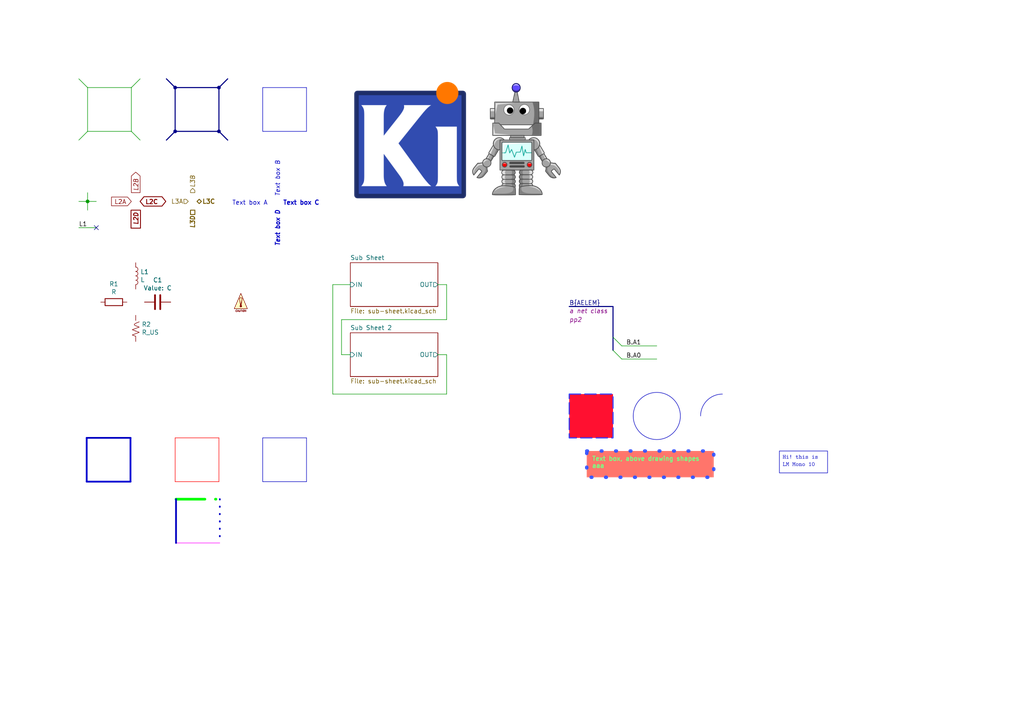
<source format=kicad_sch>
(kicad_sch (version 20241209) (generator "eeschema") (generator_version "9.0")
  (paper "A4")
  (title_block (title "Title") (date "2020-08-12") (rev "r1B") (company "Company") (comment 1 "Comment 1") (comment 2 "Comment 2") (comment 3 "Comment 3") (comment 4 "@Comment4@"))
  (lib_symbols
    (symbol "Device:C" (pin_numbers hide) (pin_names (offset 0.254))
      (property "Reference" "C" (at 0.635 2.54 0))
      (property "Value" "C" (at 0.635 -2.54 0))
      (symbol "C_0_1"
        (polyline (pts (xy -2.032 0.762) (xy 2.032 0.762)) (stroke (width 0.508)))
        (polyline (pts (xy -2.032 -0.762) (xy 2.032 -0.762)) (stroke (width 0.508)))
      )
      (symbol "C_1_1"
        (pin passive line (at 0 3.81 270) (length 2.794) (name "~") (number "1"))
        (pin passive line (at 0 -3.81 90) (length 2.794) (name "~") (number "2"))
      )
    )
    (symbol "Device:L" (pin_numbers hide) (pin_names (offset 1.016) hide)
      (property "Reference" "L" (at -1.27 0 90))
      (property "Value" "L" (at 1.905 0 90))
      (symbol "L_0_1"
        (arc (start 0 2.54) (mid 0.6323 1.905) (end 0 1.27))
        (arc (start 0 1.27) (mid 0.6323 0.635) (end 0 0))
        (arc (start 0 0) (mid 0.6323 -0.635) (end 0 -1.27))
        (arc (start 0 -1.27) (mid 0.6323 -1.905) (end 0 -2.54))
      )
      (symbol "L_1_1"
        (pin passive line (at 0 3.81 270) (length 1.27) (name "1") (number "1"))
        (pin passive line (at 0 -3.81 90) (length 1.27) (name "2") (number "2"))
      )
    )
    (symbol "Device:R_US" (pin_numbers hide) (pin_names (offset 0))
      (property "Reference" "R" (at 2.54 0 90))
      (property "Value" "R_US" (at -2.54 0 90))
      (symbol "R_US_0_0"
        (polyline (pts (xy 0 2.286) (xy 1.016 1.905) (xy 0 1.524) (xy -1.016 1.143) (xy 0 0.762)))
        (polyline (pts (xy 0 2.286) (xy 0 2.54)))
        (polyline (pts (xy 0 0.762) (xy 1.016 0.381) (xy 0 0) (xy -1.016 -0.381) (xy 0 -0.762)))
        (bezier (pts (xy 0 -0.762) (xy 1.016 -1.143) (xy 0 -1.524) (xy -1.016 -1.905)))
        (polyline (pts (xy 0 -2.286) (xy 0 -2.54)))
      )
      (symbol "R_US_1_1"
        (pin passive line (at 0 3.81 270) (length 1.27) (name "~") (number "1"))
        (pin passive line (at 0 -3.81 90) (length 1.27) (name "~") (number "2"))
      )
      (symbol "R_US_1_2"
        (pin passive line (at 0 3.81 270) (length 1.27) (name "~") (number "1"))
        (pin passive line (at 0 -3.81 90) (length 1.27) (name "~") (number "2"))
      )
    )
    (symbol "l1:Resistor" (pin_numbers hide) (pin_names (offset 0))
      (property "Reference" "R" (at 2.032 0 90))
      (property "Value" "Resistor" (at 0 0 90))
      (symbol "Resistor_0_1"
        (rectangle (start -1.016 -2.54) (end 1.016 2.54) (stroke (width 0.254)))
      )
      (symbol "Resistor_1_1"
        (pin passive line (at 0 3.81 270) (length 1.27) (name "~") (number "1"))
        (pin passive line (at 0 -3.81 90) (length 1.27) (name "~") (number "2"))
      )
    )
    (symbol "l1:SYM_CAUTION" (pin_names (offset 1.016))
      (symbol "SYM_CAUTION_0_0"
        (polyline (pts (xy -1.27 -1.905) (xy 1.905 -1.905) (xy 0 2.54) (xy -1.905 -1.905) (xy -1.27 -1.905)) (fill (type background)))
        (polyline (pts (xy -0.127 -0.762) (xy -0.381 1.016)) (fill (type outline)))
        (polyline (pts (xy -0.127 -0.762) (xy 0.127 -0.762) (xy 0.381 1.016)) (fill (type outline)))
        (arc (start -0.381 1.016) (mid 0 1.2906) (end 0.381 1.016))
        (circle (center 0 -1.1684) (radius 0.254) (fill (type outline)))
        (text "CAUTION" (at 0 -2.54 0) (effects (font (size 0.508 0.508) (italic yes))))
      )
    )
  )
  (bus_alias "AELEM" (members "A1" "A0"))
  (junction (at 63.5 25.4))
  (junction (at 63.5 38.1))
  (junction (at 25.4 58.42))
  (junction (at 50.8 38.1))
  (junction (at 50.8 25.4))
  (no_connect (at 27.94 66.04))
  (bus_entry (at 177.8 101.6) (size 2.54 2.54))
  (bus_entry (at 177.8 97.79) (size 2.54 2.54))
  (bus_entry (at 25.4 25.4) (size -2.54 -2.54))
  (bus_entry (at 38.1 38.1) (size 2.54 2.54))
  (bus_entry (at 25.4 38.1) (size -2.54 2.54))
  (bus_entry (at 38.1 25.4) (size 2.54 -2.54))
  (wire (pts (xy 99.06 92.71) (xy 99.06 102.87)))
  (polyline (pts (xy 25.146 127) (xy 37.846 127)) (stroke (width 0.508)))
  (polyline (pts (xy 88.9 25.4) (xy 88.9 38.1)))
  (polyline (pts (xy 37.846 139.7) (xy 25.146 139.7)) (stroke (width 0.508)))
  (wire (pts (xy 38.1 38.1) (xy 25.4 38.1)))
  (polyline (pts (xy 88.9 139.7) (xy 76.2 139.7)) (stroke (width 0) (type solid)))
  (wire (pts (xy 129.54 114.3) (xy 96.52 114.3)))
  (polyline (pts (xy 50.8 139.7) (xy 50.8 127)) (stroke (width 0) (color 255 0 0 1)))
  (polyline (pts (xy 37.846 127) (xy 37.846 139.7)) (stroke (width 0.508)))
  (bus (pts (xy 177.8 88.9) (xy 177.8 97.79)))
  (polyline (pts (xy 76.2 127) (xy 88.9 127)) (stroke (width 0) (type solid)))
  (wire (pts (xy 25.4 58.42) (xy 27.94 58.42)))
  (bus (pts (xy 50.8 25.4) (xy 48.26 22.86)))
  (wire (pts (xy 96.52 82.55) (xy 101.6 82.55)))
  (wire (pts (xy 129.54 82.55) (xy 129.54 92.71)))
  (wire (pts (xy 22.86 58.42) (xy 25.4 58.42)))
  (polyline (pts (xy 51.054 144.78) (xy 63.754 144.78)) (stroke (width 0.762) (type dash_dot) (color 0 255 0 1)))
  (polyline (pts (xy 76.2 25.4) (xy 88.9 25.4)))
  (bus (pts (xy 50.8 38.1) (xy 48.26 40.64)))
  (bus (pts (xy 63.5 38.1) (xy 66.04 40.64)))
  (polyline (pts (xy 50.8 127) (xy 63.5 127)) (stroke (width 0) (color 255 0 0 1)))
  (wire (pts (xy 129.54 102.87) (xy 129.54 114.3)))
  (wire (pts (xy 127 102.87) (xy 129.54 102.87)))
  (wire (pts (xy 99.06 102.87) (xy 101.6 102.87)))
  (bus (pts (xy 63.5 25.4) (xy 63.5 38.1)))
  (wire (pts (xy 25.4 25.4) (xy 38.1 25.4)))
  (polyline (pts (xy 88.9 127) (xy 88.9 139.7)) (stroke (width 0) (type solid)))
  (wire (pts (xy 180.34 104.14) (xy 190.5 104.14)))
  (polyline (pts (xy 76.2 139.7) (xy 76.2 127)) (stroke (width 0) (type solid)))
  (polyline (pts (xy 51.054 157.48) (xy 51.054 144.78)) (stroke (width 0.508)))
  (wire (pts (xy 127 82.55) (xy 129.54 82.55)))
  (polyline (pts (xy 76.2 38.1) (xy 76.2 25.4)))
  (bus (pts (xy 177.8 97.79) (xy 177.8 101.6)))
  (bus (pts (xy 63.5 25.4) (xy 66.04 22.86)))
  (wire (pts (xy 180.34 100.33) (xy 190.5 100.33)))
  (wire (pts (xy 22.86 66.04) (xy 27.94 66.04)))
  (polyline (pts (xy 63.5 139.7) (xy 50.8 139.7)) (stroke (width 0) (color 255 0 0 1)))
  (bus (pts (xy 50.8 25.4) (xy 63.5 25.4)))
  (wire (pts (xy 25.4 58.42) (xy 25.4 60.96)))
  (wire (pts (xy 38.1 25.4) (xy 38.1 38.1)))
  (wire (pts (xy 129.54 92.71) (xy 99.06 92.71)))
  (wire (pts (xy 96.52 114.3) (xy 96.52 82.55)))
  (bus (pts (xy 165.1 88.9) (xy 177.8 88.9)))
  (polyline (pts (xy 63.754 157.48) (xy 51.054 157.48)) (stroke (width 0) (type solid) (color 255 0 255 1)))
  (polyline (pts (xy 88.9 38.1) (xy 76.2 38.1)))
  (polyline (pts (xy 25.146 139.7) (xy 25.146 127)) (stroke (width 0.508)))
  (wire (pts (xy 25.4 38.1) (xy 25.4 25.4)))
  (polyline (pts (xy 63.754 144.78) (xy 63.754 157.48)) (stroke (width 0.508) (type dot)))
  (bus (pts (xy 50.8 38.1) (xy 50.8 25.4)))
  (bus (pts (xy 63.5 38.1) (xy 50.8 38.1)))
  (polyline (pts (xy 63.5 127) (xy 63.5 139.7)) (stroke (width 0) (color 255 0 0 1)))
  (wire (pts (xy 25.4 55.88) (xy 25.4 58.42)))
  (arc (start 203.2 120.65) (mid 205.0599 116.1599) (end 209.55 114.3))
  (circle (center 190.5 120.65) (radius 6.8392))
  (rectangle (start 165.1 114.3) (end 177.8 127) (stroke (width 0.3) (type dash) (color 14 44 255 1)) (fill (type color) (color 255 16 48 1)))
  (image (at 133.35 40.64) (scale 0.94))
  (text_box "Hi! this is LM Mono 10" (at 226.06 130.81 0) (size 13.97 6.35) (margins 0.9525 0.9525 0.9525 0.9525) (effects (font (size 1.27 1.27)) (justify left top)))
  (text_box "Text box, above drawing shapes aaa" (at 170.18 130.81 0) (size 36.83 7.62) (margins 1.4525 1.4525 1.4525 1.4525) (stroke (width 1) (type dot) (color 56 85 255 1)) (fill (type color) (color 255 117 107 1)) (effects (font (size 1.27 1.27) (thickness 0.254) (bold yes)) (justify left top)))
  (text "Text box B" (at 81.28 57.15 90) (effects (font (size 1.27 1.27) (italic yes)) (justify left bottom)))
  (text "Text box A" (at 67.31 59.69 0) (effects (font (size 1.27 1.27)) (justify left bottom)))
  (text "Text box C" (at 92.71 59.69 0) (effects (font (size 1.27 1.27) (thickness 0.254) (bold yes)) (justify right bottom)))
  (text "Text box D" (at 81.28 60.96 90) (effects (font (size 1.27 1.27) (thickness 0.254) (bold yes) (italic yes)) (justify right bottom)))
  (label "B.A0" (at 181.61 104.14 0))
  (label "B.A1" (at 181.61 100.33 0))
  (label "L1" (at 22.86 66.04 0))
  (label "B{AELEM}" (at 165.1 88.9 0) (property "Netclass" "a net class" (at 165.1 90.17 0) (effects (font (italic yes)) (justify left))) (property "Something" "pp2" (at 165.1 92.71 0) (effects (font (italic yes)) (justify left))))
  (global_label "L2B" (shape output) (at 39.37 55.88 90) (effects (font (italic yes))) (property "Intersheetrefs" "${INTERSHEET_REFS}" (effects (hide yes))))
  (global_label "L2A" (shape input) (at 38.1 58.42 180) (property "Intersheetrefs" "${INTERSHEET_REFS}" (effects (hide yes))))
  (global_label "L2C" (shape bidirectional) (at 40.64 58.42 0) (effects (font (thickness 0.254) (bold yes))) (property "Intersheetrefs" "${INTERSHEET_REFS}" (effects (hide yes))))
  (global_label "L2D" (shape passive) (at 39.37 60.96 270) (effects (font (thickness 0.254) (bold yes) (italic yes))) (property "Intersheetrefs" "${INTERSHEET_REFS}" (effects (hide yes))))
  (hierarchical_label "L3B" (shape output) (at 55.88 55.88 90) (effects (font (italic yes))))
  (hierarchical_label "L3C" (shape bidirectional) (at 57.15 58.42 0) (effects (font (thickness 0.254) (bold yes))))
  (hierarchical_label "L3A" (shape input) (at 54.61 58.42 180))
  (hierarchical_label "L3D" (shape passive) (at 55.88 60.96 270) (effects (font (thickness 0.254) (bold yes) (italic yes))))
  (symbol (lib_id "l1:Resistor") (at 33.02 87.63 270) (unit 1)
    (property "Reference" "R1" (at 33.02 82.3722 90))
    (property "Value" "R" (at 33.02 84.6836 90))
    (property "Test" "Hi! \"quoted text\"" (effects (hide yes)))
  )
  (symbol (lib_id "Device:L") (at 39.37 80.01 0) (unit 1)
    (property "Reference" "L1" (at 40.7162 78.8416 0) (effects (justify left)))
    (property "Value" "L" (at 40.7162 81.153 0) (effects (justify left)))
  )
  (symbol (lib_id "Device:C") (at 45.72 87.63 90) (unit 1)
    (property "Reference" "C1" (at 45.72 81.2292 90))
    (property "Value" "C" (at 45.72 83.5406 90) (show_name))
  )
  (symbol (lib_id "Device:R_US") (at 39.37 95.25 180) (unit 1) (convert 2)
    (property "Reference" "R2" (at 41.0972 94.0816 0) (effects (justify right)))
    (property "Value" "R_US" (at 41.0972 96.393 0) (effects (justify right)))
  )
  (symbol (lib_id "l1:SYM_CAUTION") (at 69.85 87.63 0) (unit 1)
    (property "Reference" "#SYM_CAUTION1" (effects (hide yes)))
    (property "Value" "SYM_CAUTION" (effects (hide yes)))
  )
  (sheet (at 101.6 76.2) (size 25.4 12.7) (fill (color 0 0 0 0.0))
    (property "Sheetname" "Sub Sheet" (at 101.6 75.4884 0) (effects (justify left bottom)))
    (property "Sheetfile" "sub-sheet.kicad_sch" (at 101.6 89.4846 0) (effects (justify left top)))
    (pin "OUT" output (at 127 82.55 0))
    (pin "IN" input (at 101.6 82.55 180))
  )
  (sheet (at 101.6 96.52) (size 25.4 12.7) (in_bom no) (fill (color 0 0 0 0.0))
    (property "Sheetname" "Sub Sheet 2" (at 101.6 95.8084 0) (effects (justify left bottom)))
    (property "Sheetfile" "sub-sheet.kicad_sch" (at 101.6 109.8046 0) (effects (justify left top)))
    (pin "OUT" output (at 127 102.87 0))
    (pin "IN" input (at 101.6 102.87 180))
  )
)
</source>
